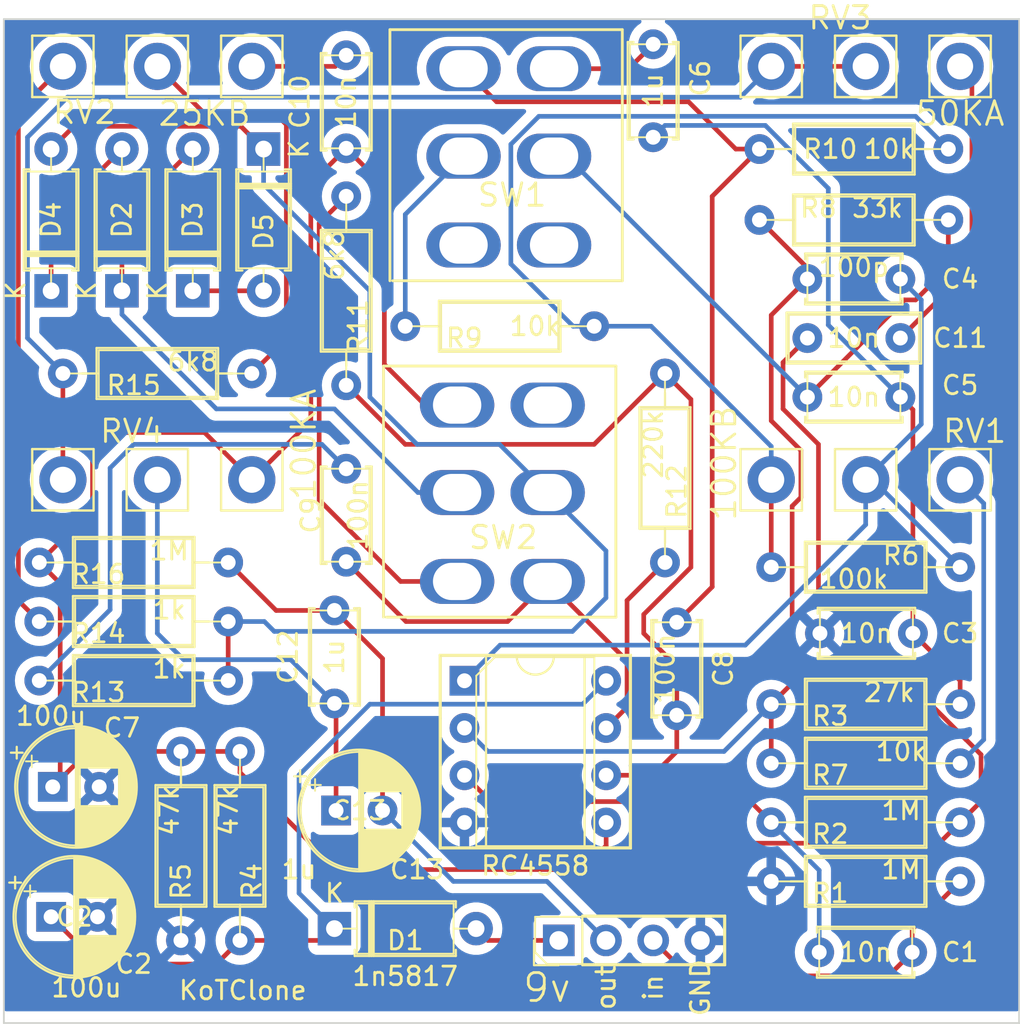
<source format=kicad_pcb>
(kicad_pcb (version 20221018) (generator pcbnew)
  (layers (0 "F.Cu" signal) (31 "B.Cu" signal) (34 "B.Paste" user) (35 "F.Paste" user) (36 "B.SilkS" user "B.Silkscreen") (37 "F.SilkS" user "F.Silkscreen") (38 "B.Mask" user) (39 "F.Mask" user) (44 "Edge.Cuts" user))
  (net 0 "")
  (net 1 "Net-(C1-Pad2)")
  (net 2 "Net-(C2-Pad1)")
  (net 3 "GND")
  (net 4 "Net-(C3-Pad1)")
  (net 5 "Net-(C4-Pad1)")
  (net 6 "Net-(C4-Pad2)")
  (net 7 "Net-(C5-Pad2)")
  (net 8 "Net-(C6-Pad2)")
  (net 9 "VREF")
  (net 10 "Net-(C8-Pad1)")
  (net 11 "Net-(C8-Pad2)")
  (net 12 "Net-(C9-Pad1)")
  (net 13 "Net-(C9-Pad2)")
  (net 14 "Net-(C10-Pad2)")
  (net 15 "Net-(C11-Pad2)")
  (net 16 "Net-(C12-Pad1)")
  (net 17 "output")
  (net 18 "+9V")
  (net 19 "Net-(D2-Pad1)")
  (net 20 "Net-(D2-Pad2)")
  (net 21 "Net-(D3-Pad1)")
  (net 22 "Net-(D4-Pad2)")
  (net 23 "Net-(R10-Pad1)")
  (net 24 "Net-(R7-Pad2)")
  (net 25 "Net-(R9-Pad1)")
  (net 26 "Net-(R11-Pad1)")
  (net 27 "Net-(R14-Pad2)")
  (net 28 "Net-(R15-Pad1)")
  (net 29 "Net-(R15-Pad2)")
  (net 33 "INPUT")
  (footprint "Resistor_THT:R_Axial_DIN0207_L6.3mm_D2.5mm_P10.16mm_Horizontal" (layer "F.Cu") (at 143.51 100.33 180)
    (fp_text reference "R3" (at 6.985 -0.635) (layer "F.SilkS"))
    (fp_text value "27k" (at 3.81 0.635) (layer "F.SilkS"))
    (pad "1" thru_hole circle (at 0 0 180) (size 1.6 1.6) (drill 0.8) (layers "*.Cu" "*.Mask") (net 4 "Net-(C3-Pad1)"))
    (pad "2" thru_hole oval (at 10.16 0 180) (size 1.6 1.6) (drill 0.8) (layers "*.Cu" "*.Mask") (net 5 "Net-(C4-Pad1)"))
  )
  (footprint "Capacitor_THT:CP_Radial_D6.3mm_P2.50mm" (layer "F.Cu") (at 94.702621 104.775)
    (fp_text reference "C7" (at 3.722379 -3.175) (layer "F.SilkS"))
    (fp_text value "100u" (at -0.087621 -3.81 180) (layer "F.SilkS"))
    (pad "1" thru_hole rect (at 0 0) (size 1.6 1.6) (drill 0.8) (layers "*.Cu" "*.Mask") (net 9 "VREF"))
    (pad "2" thru_hole circle (at 2.5 0) (size 1.6 1.6) (drill 0.8) (layers "*.Cu" "*.Mask") (net 3 "GND"))
  )
  (footprint "Resistor_THT:R_Axial_DIN0207_L6.3mm_D2.5mm_P10.16mm_Horizontal" (layer "F.Cu") (at 113.665 80.01)
    (fp_text reference "R9" (at 3.175 0.635) (layer "F.SilkS"))
    (fp_text value "10k" (at 6.985 0) (layer "F.SilkS"))
    (pad "1" thru_hole circle (at 0 0) (size 1.6 1.6) (drill 0.8) (layers "*.Cu" "*.Mask") (net 25 "Net-(R9-Pad1)"))
    (pad "2" thru_hole oval (at 10.16 0) (size 1.6 1.6) (drill 0.8) (layers "*.Cu" "*.Mask") (net 23 "Net-(R10-Pad1)"))
  )
  (footprint "Connector_PinHeader_2.54mm:PinHeader_1x04_P2.54mm_Vertical" (layer "F.Cu") (at 121.92 113.03 90)
    (fp_text reference "J1" hide)
    (fp_text value "Conn_01x04" hide)
    (pad "1" thru_hole rect (at 0 0 90) (size 1.7 1.7) (drill 1) (layers "*.Cu" "*.Mask") (net 18 "+9V"))
    (pad "2" thru_hole oval (at 0 2.54 90) (size 1.7 1.7) (drill 1) (layers "*.Cu" "*.Mask") (net 17 "output"))
    (pad "3" thru_hole oval (at 0 5.08 90) (size 1.7 1.7) (drill 1) (layers "*.Cu" "*.Mask") (net 33 "INPUT"))
    (pad "4" thru_hole oval (at 0 7.62 90) (size 1.7 1.7) (drill 1) (layers "*.Cu" "*.Mask") (net 3 "GND"))
  )
  (footprint "Resistor_THT:R_Axial_DIN0207_L6.3mm_D2.5mm_P10.16mm_Horizontal" (layer "F.Cu") (at 110.49 73.025 -90)
    (fp_text reference "R11" (at 6.985 -0.635 90) (layer "F.SilkS"))
    (fp_text value "6k8" (at 3.175 0.635 90) (layer "F.SilkS"))
    (pad "1" thru_hole circle (at 0 0 270) (size 1.6 1.6) (drill 0.8) (layers "*.Cu" "*.Mask") (net 26 "Net-(R11-Pad1)"))
    (pad "2" thru_hole oval (at 10.16 0 270) (size 1.6 1.6) (drill 0.8) (layers "*.Cu" "*.Mask") (net 11 "Net-(C8-Pad2)"))
  )
  (footprint "Capacitor_THT:CP_Radial_D6.3mm_P2.50mm" (layer "F.Cu") (at 94.615 111.76)
    (fp_text reference "C2" (at 4.445 2.54) (layer "F.SilkS"))
    (fp_text value "100u" (at 1.905 3.81) (layer "F.SilkS"))
    (fp_text user "${REFERENCE}" (at 1.25 0) (layer "F.SilkS"))
    (pad "1" thru_hole rect (at 0 0) (size 1.6 1.6) (drill 0.8) (layers "*.Cu" "*.Mask") (net 2 "Net-(C2-Pad1)"))
    (pad "2" thru_hole circle (at 2.5 0) (size 1.6 1.6) (drill 0.8) (layers "*.Cu" "*.Mask") (net 3 "GND"))
  )
  (footprint "pedals:DPDTMini" (layer "F.Cu") (at 116.495 93.65)
    (fp_text reference "SW2" (at 0.5 -1.575) (layer "F.SilkS") (effects (font (size 1.2065 1.2065) (thickness 0.1524)) (justify left bottom)))
    (fp_text value "SW_DPDT_x2" hide)
    (pad "1" thru_hole oval (at -0.04 -9.4 90) (size 2.416 4) (drill oval 2 2.6) (layers "*.Cu" "*.Mask") (net 9 "VREF"))
    (pad "2" thru_hole oval (at -0.04 -4.7 90) (size 2.416 4) (drill oval 2 2.6) (layers "*.Cu" "*.Mask") (net 19 "Net-(D2-Pad1)"))
    (pad "3" thru_hole oval (at -0.04 0.08 90) (size 2.416 4) (drill oval 2 2.6) (layers "*.Cu" "*.Mask") (net 26 "Net-(R11-Pad1)"))
    (pad "4" thru_hole oval (at 4.83 -9.4 90) (size 2.416 4) (drill oval 2 2.6) (layers "*.Cu" "*.Mask"))
    (pad "5" thru_hole oval (at 4.83 -4.7 90) (size 2.416 4) (drill oval 2 2.6) (layers "*.Cu" "*.Mask") (net 22 "Net-(D4-Pad2)"))
    (pad "6" thru_hole oval (at 4.83 0.08 90) (size 2.416 4) (drill oval 2 2.6) (layers "*.Cu" "*.Mask") (net 12 "Net-(C9-Pad1)"))
  )
  (footprint "Resistor_THT:R_Axial_DIN0207_L6.3mm_D2.5mm_P10.16mm_Horizontal" (layer "F.Cu") (at 133.35 103.505)
    (fp_text reference "R7" (at 3.175 0.635) (layer "F.SilkS"))
    (fp_text value "10k" (at 6.985 -0.635) (layer "F.SilkS"))
    (pad "1" thru_hole circle (at 0 0) (size 1.6 1.6) (drill 0.8) (layers "*.Cu" "*.Mask") (net 5 "Net-(C4-Pad1)"))
    (pad "2" thru_hole oval (at 10.16 0) (size 1.6 1.6) (drill 0.8) (layers "*.Cu" "*.Mask") (net 24 "Net-(R7-Pad2)"))
  )
  (footprint "Capacitor_THT:C_Disc_D5.0mm_W2.5mm_P5.00mm" (layer "F.Cu") (at 140.97 96.52 180)
    (fp_text reference "C3" (at -2.54 0) (layer "F.SilkS"))
    (fp_text value "10n" (at 2.5 0) (layer "F.SilkS"))
    (pad "1" thru_hole circle (at 0 0 180) (size 1.6 1.6) (drill 0.8) (layers "*.Cu" "*.Mask") (net 4 "Net-(C3-Pad1)"))
    (pad "2" thru_hole circle (at 5 0 180) (size 1.6 1.6) (drill 0.8) (layers "*.Cu" "*.Mask") (net 3 "GND"))
  )
  (footprint "pedals:16MM_PCB_PADS" (layer "F.Cu") (at 100.33 88.265)
    (fp_text reference "RV4" (at -3.175 -1.905) (layer "F.SilkS") (effects (font (size 1.2065 1.2065) (thickness 0.1524)) (justify left bottom)))
    (fp_text value "100KA" (at 7.874 -1.905 90) (layer "F.SilkS") (effects (font (size 1.27 1.27))))
    (pad "1" thru_hole circle (at 5.08 0 180) (size 2.54 2.54) (drill 1.4) (layers "*.Cu" "*.Mask") (net 9 "VREF"))
    (pad "2" thru_hole circle (at 0 0 180) (size 2.54 2.54) (drill 1.4) (layers "*.Cu" "*.Mask") (net 16 "Net-(C12-Pad1)"))
    (pad "3" thru_hole circle (at -5.08 0 180) (size 2.54 2.54) (drill 1.4) (layers "*.Cu" "*.Mask") (net 29 "Net-(R15-Pad2)"))
  )
  (footprint "Diode_THT:D_A-405_P7.62mm_Horizontal" (layer "F.Cu") (at 98.425 78.105 90)
    (fp_text reference "D2" (at 3.81 0 90) (layer "F.SilkS"))
    (fp_text value "1n4148" hide)
    (fp_text user "K" (at 0 -1.9 90) (layer "F.SilkS"))
    (pad "1" thru_hole rect (at 0 0 90) (size 1.8 1.8) (drill 0.9) (layers "*.Cu" "*.Mask") (net 19 "Net-(D2-Pad1)"))
    (pad "2" thru_hole oval (at 7.62 0 90) (size 1.8 1.8) (drill 0.9) (layers "*.Cu" "*.Mask") (net 20 "Net-(D2-Pad2)"))
  )
  (footprint "Diode_THT:D_A-405_P7.62mm_Horizontal" (layer "F.Cu") (at 102.235 78.105 90)
    (fp_text reference "D3" (at 3.81 0 90) (layer "F.SilkS"))
    (fp_text value "1n4148" hide)
    (fp_text user "K" (at 0 -1.9 90) (layer "F.SilkS"))
    (pad "1" thru_hole rect (at 0 0 90) (size 1.8 1.8) (drill 0.9) (layers "*.Cu" "*.Mask") (net 21 "Net-(D3-Pad1)"))
    (pad "2" thru_hole oval (at 7.62 0 90) (size 1.8 1.8) (drill 0.9) (layers "*.Cu" "*.Mask") (net 19 "Net-(D2-Pad1)"))
  )
  (footprint "Resistor_THT:R_Axial_DIN0207_L6.3mm_D2.5mm_P10.16mm_Horizontal" (layer "F.Cu") (at 104.14 95.885 180)
    (fp_text reference "R14" (at 6.985 -0.635) (layer "F.SilkS"))
    (fp_text value "1k" (at 3.175 0.635) (layer "F.SilkS"))
    (pad "1" thru_hole circle (at 0 0 180) (size 1.6 1.6) (drill 0.8) (layers "*.Cu" "*.Mask") (net 22 "Net-(D4-Pad2)"))
    (pad "2" thru_hole oval (at 10.16 0 180) (size 1.6 1.6) (drill 0.8) (layers "*.Cu" "*.Mask") (net 27 "Net-(R14-Pad2)"))
  )
  (footprint "Resistor_THT:R_Axial_DIN0207_L6.3mm_D2.5mm_P10.16mm_Horizontal" (layer "F.Cu") (at 93.98 99.06)
    (fp_text reference "R13" (at 3.175 0.635) (layer "F.SilkS"))
    (fp_text value "1k" (at 6.985 -0.635) (layer "F.SilkS"))
    (pad "1" thru_hole circle (at 0 0) (size 1.6 1.6) (drill 0.8) (layers "*.Cu" "*.Mask") (net 13 "Net-(C9-Pad2)"))
    (pad "2" thru_hole oval (at 10.16 0) (size 1.6 1.6) (drill 0.8) (layers "*.Cu" "*.Mask") (net 22 "Net-(D4-Pad2)"))
  )
  (footprint "Capacitor_THT:C_Disc_D5.0mm_W2.5mm_P5.00mm" (layer "F.Cu") (at 140.93 113.665 180)
    (fp_text reference "C1" (at -2.58 0) (layer "F.SilkS"))
    (fp_text value "10n" (at 2.5 0) (layer "F.SilkS"))
    (pad "1" thru_hole circle (at 0 0 180) (size 1.6 1.6) (drill 0.8) (layers "*.Cu" "*.Mask") (net 33 "INPUT"))
    (pad "2" thru_hole circle (at 5 0 180) (size 1.6 1.6) (drill 0.8) (layers "*.Cu" "*.Mask") (net 1 "Net-(C1-Pad2)"))
  )
  (footprint "pedals:16MM_PCB_PADS" (layer "F.Cu") (at 138.43 66.04)
    (fp_text reference "RV3" (at -3.175 -1.905) (layer "F.SilkS") (effects (font (size 1.2065 1.2065) (thickness 0.1524)) (justify left bottom)))
    (fp_text value "50KA" (at 5.08 2.54) (layer "F.SilkS") (effects (font (size 1.27 1.27))))
    (pad "1" thru_hole circle (at 5.08 0 180) (size 2.54 2.54) (drill 1.4) (layers "*.Cu" "*.Mask") (net 15 "Net-(C11-Pad2)"))
    (pad "2" thru_hole circle (at 0 0 180) (size 2.54 2.54) (drill 1.4) (layers "*.Cu" "*.Mask") (net 29 "Net-(R15-Pad2)"))
    (pad "3" thru_hole circle (at -5.08 0 180) (size 2.54 2.54) (drill 1.4) (layers "*.Cu" "*.Mask") (net 29 "Net-(R15-Pad2)"))
  )
  (footprint "Resistor_THT:R_Axial_DIN0207_L6.3mm_D2.5mm_P10.16mm_Horizontal" (layer "F.Cu") (at 101.6 113.03 90)
    (fp_text reference "R5" (at 3.175 0 90) (layer "F.SilkS"))
    (fp_text value "47k" (at 6.985 -0.635 90) (layer "F.SilkS"))
    (pad "1" thru_hole circle (at 0 0 90) (size 1.6 1.6) (drill 0.8) (layers "*.Cu" "*.Mask") (net 3 "GND"))
    (pad "2" thru_hole oval (at 10.16 0 90) (size 1.6 1.6) (drill 0.8) (layers "*.Cu" "*.Mask") (net 9 "VREF"))
  )
  (footprint "Capacitor_THT:C_Disc_D5.0mm_W2.5mm_P5.00mm" (layer "F.Cu") (at 110.49 70.445 90)
    (fp_text reference "C10" (at 2.5 -2.5 90) (layer "F.SilkS"))
    (fp_text value "10n" (at 2.5 0 90) (layer "F.SilkS"))
    (pad "1" thru_hole circle (at 0 0 90) (size 1.6 1.6) (drill 0.8) (layers "*.Cu" "*.Mask") (net 9 "VREF"))
    (pad "2" thru_hole circle (at 5 0 90) (size 1.6 1.6) (drill 0.8) (layers "*.Cu" "*.Mask") (net 14 "Net-(C10-Pad2)"))
  )
  (footprint "Resistor_THT:R_Axial_DIN0207_L6.3mm_D2.5mm_P10.16mm_Horizontal" (layer "F.Cu") (at 142.875 70.485 180)
    (fp_text reference "R10" (at 6.35 0) (layer "F.SilkS"))
    (fp_text value "10k" (at 3.175 0) (layer "F.SilkS"))
    (pad "1" thru_hole circle (at 0 0 180) (size 1.6 1.6) (drill 0.8) (layers "*.Cu" "*.Mask") (net 23 "Net-(R10-Pad1)"))
    (pad "2" thru_hole oval (at 10.16 0 180) (size 1.6 1.6) (drill 0.8) (layers "*.Cu" "*.Mask") (net 10 "Net-(C8-Pad1)"))
  )
  (footprint "Capacitor_THT:CP_Radial_D6.3mm_P2.50mm" (layer "F.Cu") (at 109.942621 106.045)
    (fp_text reference "C13" (at 4.357379 3.175) (layer "F.SilkS"))
    (fp_text value "1u" (at -1.992621 3.175) (layer "F.SilkS"))
    (fp_text user "${REFERENCE}" (at 1.25 0) (layer "F.SilkS"))
    (pad "1" thru_hole rect (at 0 0) (size 1.6 1.6) (drill 0.8) (layers "*.Cu" "*.Mask") (net 16 "Net-(C12-Pad1)"))
    (pad "2" thru_hole circle (at 2.5 0) (size 1.6 1.6) (drill 0.8) (layers "*.Cu" "*.Mask") (net 17 "output"))
  )
  (footprint "pedals:DPDTMini" (layer "F.Cu") (at 116.84 75.565)
    (fp_text reference "SW1" (at 0.635 -1.905) (layer "F.SilkS") (effects (font (size 1.2065 1.2065) (thickness 0.1524)) (justify left bottom)))
    (fp_text value "SW_DPST_x2" hide)
    (pad "1" thru_hole oval (at -0.04 -9.4 90) (size 2.416 4) (drill oval 2 2.6) (layers "*.Cu" "*.Mask") (net 10 "Net-(C8-Pad1)"))
    (pad "2" thru_hole oval (at -0.04 -4.7 90) (size 2.416 4) (drill oval 2 2.6) (layers "*.Cu" "*.Mask") (net 25 "Net-(R9-Pad1)"))
    (pad "3" thru_hole oval (at -0.04 0.08 90) (size 2.416 4) (drill oval 2 2.6) (layers "*.Cu" "*.Mask"))
    (pad "4" thru_hole oval (at 4.83 -9.4 90) (size 2.416 4) (drill oval 2 2.6) (layers "*.Cu" "*.Mask") (net 8 "Net-(C6-Pad2)"))
    (pad "5" thru_hole oval (at 4.83 -4.7 90) (size 2.416 4) (drill oval 2 2.6) (layers "*.Cu" "*.Mask") (net 7 "Net-(C5-Pad2)"))
    (pad "6" thru_hole oval (at 4.83 0.08 90) (size 2.416 4) (drill oval 2 2.6) (layers "*.Cu" "*.Mask"))
  )
  (footprint "Resistor_THT:R_Axial_DIN0207_L6.3mm_D2.5mm_P10.16mm_Horizontal" (layer "F.Cu") (at 104.775 102.87 -90)
    (fp_text reference "R4" (at 6.985 -0.635 90) (layer "F.SilkS"))
    (fp_text value "47k" (at 3.175 0.635 90) (layer "F.SilkS"))
    (pad "1" thru_hole circle (at 0 0 270) (size 1.6 1.6) (drill 0.8) (layers "*.Cu" "*.Mask") (net 9 "VREF"))
    (pad "2" thru_hole oval (at 10.16 0 270) (size 1.6 1.6) (drill 0.8) (layers "*.Cu" "*.Mask") (net 2 "Net-(C2-Pad1)"))
  )
  (footprint "pedals:16MM_PCB_PADS" (layer "F.Cu") (at 100.33 66.04)
    (fp_text reference "RV2" (at -5.715 3.175) (layer "F.SilkS") (effects (font (size 1.2065 1.2065) (thickness 0.1524)) (justify left bottom)))
    (fp_text value "25KB" (at 2.54 2.54) (layer "F.SilkS") (effects (font (size 1.27 1.27))))
    (pad "1" thru_hole circle (at 5.08 0 180) (size 2.54 2.54) (drill 1.4) (layers "*.Cu" "*.Mask") (net 14 "Net-(C10-Pad2)"))
    (pad "2" thru_hole circle (at 0 0 180) (size 2.54 2.54) (drill 1.4) (layers "*.Cu" "*.Mask") (net 28 "Net-(R15-Pad1)"))
    (pad "3" thru_hole circle (at -5.08 0 180) (size 2.54 2.54) (drill 1.4) (layers "*.Cu" "*.Mask") (net 27 "Net-(R14-Pad2)"))
  )
  (footprint "Capacitor_THT:C_Disc_D5.0mm_W2.5mm_P5.00mm" (layer "F.Cu") (at 109.855 100.29 90)
    (fp_text reference "C12" (at 2.5 -2.5 90) (layer "F.SilkS"))
    (fp_text value "1u" (at 2.5 0 90) (layer "F.SilkS"))
    (pad "1" thru_hole circle (at 0 0 90) (size 1.6 1.6) (drill 0.8) (layers "*.Cu" "*.Mask") (net 16 "Net-(C12-Pad1)"))
    (pad "2" thru_hole circle (at 5 0 90) (size 1.6 1.6) (drill 0.8) (layers "*.Cu" "*.Mask") (net 17 "output"))
  )
  (footprint "Capacitor_THT:C_Disc_D5.0mm_W2.5mm_P5.00mm" (layer "F.Cu") (at 140.295 83.82 180)
    (fp_text reference "C5" (at -3.215 0.635) (layer "F.SilkS"))
    (fp_text value "10n" (at 2.5 0) (layer "F.SilkS"))
    (pad "1" thru_hole circle (at 0 0 180) (size 1.6 1.6) (drill 0.8) (layers "*.Cu" "*.Mask") (net 4 "Net-(C3-Pad1)"))
    (pad "2" thru_hole circle (at 5 0 180) (size 1.6 1.6) (drill 0.8) (layers "*.Cu" "*.Mask") (net 7 "Net-(C5-Pad2)"))
  )
  (footprint "Capacitor_THT:C_Disc_D5.0mm_W2.5mm_P5.00mm" (layer "F.Cu") (at 127 69.85 90)
    (fp_text reference "C6" (at 3.175 2.54 90) (layer "F.SilkS"))
    (fp_text value "1u" (at 2.5 0 90) (layer "F.SilkS"))
    (pad "1" thru_hole circle (at 0 0 90) (size 1.6 1.6) (drill 0.8) (layers "*.Cu" "*.Mask") (net 4 "Net-(C3-Pad1)"))
    (pad "2" thru_hole circle (at 5 0 90) (size 1.6 1.6) (drill 0.8) (layers "*.Cu" "*.Mask") (net 8 "Net-(C6-Pad2)"))
  )
  (footprint "Capacitor_THT:C_Disc_D5.0mm_W2.5mm_P5.00mm" (layer "F.Cu") (at 128.27 95.925 -90)
    (fp_text reference "C8" (at 2.5 -2.5 90) (layer "F.SilkS"))
    (fp_text value "100n" (at 2.5 0.635 90) (layer "F.SilkS"))
    (pad "1" thru_hole circle (at 0 0 270) (size 1.6 1.6) (drill 0.8) (layers "*.Cu" "*.Mask") (net 10 "Net-(C8-Pad1)"))
    (pad "2" thru_hole circle (at 5 0 270) (size 1.6 1.6) (drill 0.8) (layers "*.Cu" "*.Mask") (net 11 "Net-(C8-Pad2)"))
  )
  (footprint "Resistor_THT:R_Axial_DIN0207_L6.3mm_D2.5mm_P10.16mm_Horizontal" (layer "F.Cu") (at 143.51 92.964 180)
    (fp_text reference "R6" (at 3.175 0.635) (layer "F.SilkS"))
    (fp_text value "100k" (at 5.715 -0.635) (layer "F.SilkS"))
    (pad "1" thru_hole circle (at 0 0 180) (size 1.6 1.6) (drill 0.8) (layers "*.Cu" "*.Mask") (net 6 "Net-(C4-Pad2)"))
    (pad "2" thru_hole oval (at 10.16 0 180) (size 1.6 1.6) (drill 0.8) (layers "*.Cu" "*.Mask") (net 23 "Net-(R10-Pad1)"))
  )
  (footprint "Capacitor_THT:C_Rect_L7.0mm_W2.5mm_P5.00mm" (layer "F.Cu") (at 135.295 80.645)
    (fp_text reference "C11" (at 8.215 0) (layer "F.SilkS"))
    (fp_text value "10n" (at 2.5 0) (layer "F.SilkS"))
    (pad "1" thru_hole circle (at 0 0) (size 1.6 1.6) (drill 0.8) (layers "*.Cu" "*.Mask") (net 9 "VREF"))
    (pad "2" thru_hole circle (at 5 0) (size 1.6 1.6) (drill 0.8) (layers "*.Cu" "*.Mask") (net 15 "Net-(C11-Pad2)"))
  )
  (footprint "Resistor_THT:R_Axial_DIN0207_L6.3mm_D2.5mm_P10.16mm_Horizontal" (layer "F.Cu") (at 93.98 92.71)
    (fp_text reference "R16" (at 3.175 0.635) (layer "F.SilkS"))
    (fp_text value "1M" (at 6.985 -0.635) (layer "F.SilkS"))
    (pad "1" thru_hole circle (at 0 0) (size 1.6 1.6) (drill 0.8) (layers "*.Cu" "*.Mask") (net 9 "VREF"))
    (pad "2" thru_hole oval (at 10.16 0) (size 1.6 1.6) (drill 0.8) (layers "*.Cu" "*.Mask") (net 17 "output"))
  )
  (footprint "Diode_THT:D_A-405_P7.62mm_Horizontal" (layer "F.Cu") (at 94.615 78.105 90)
    (fp_text reference "D4" (at 3.81 0 90) (layer "F.SilkS"))
    (fp_text value "1n4148" hide)
    (fp_text user "K" (at 0 -1.9 90) (layer "F.SilkS"))
    (pad "1" thru_hole rect (at 0 0 90) (size 1.8 1.8) (drill 0.9) (layers "*.Cu" "*.Mask") (net 20 "Net-(D2-Pad2)"))
    (pad "2" thru_hole oval (at 7.62 0 90) (size 1.8 1.8) (drill 0.9) (layers "*.Cu" "*.Mask") (net 22 "Net-(D4-Pad2)"))
  )
  (footprint "Resistor_THT:R_Axial_DIN0207_L6.3mm_D2.5mm_P10.16mm_Horizontal" (layer "F.Cu") (at 143.51 109.855 180)
    (fp_text reference "R1" (at 6.985 -0.635) (layer "F.SilkS"))
    (fp_text value "1M" (at 3.175 0.635) (layer "F.SilkS"))
    (pad "1" thru_hole circle (at 0 0 180) (size 1.6 1.6) (drill 0.8) (layers "*.Cu" "*.Mask") (net 33 "INPUT"))
    (pad "2" thru_hole oval (at 10.16 0 180) (size 1.6 1.6) (drill 0.8) (layers "*.Cu" "*.Mask") (net 3 "GND"))
  )
  (footprint "Package_DIP:DIP-8_W7.62mm_Socket" (layer "F.Cu") (at 116.85 99.07)
    (fp_text reference "U1" hide)
    (fp_text value "RC4558" (at 3.81 9.95) (layer "F.SilkS"))
    (pad "1" thru_hole rect (at 0 0) (size 1.6 1.6) (drill 0.8) (layers "*.Cu" "*.Mask") (net 6 "Net-(C4-Pad2)"))
    (pad "2" thru_hole oval (at 0 2.54) (size 1.6 1.6) (drill 0.8) (layers "*.Cu" "*.Mask") (net 5 "Net-(C4-Pad1)"))
    (pad "3" thru_hole oval (at 0 5.08) (size 1.6 1.6) (drill 0.8) (layers "*.Cu" "*.Mask") (net 1 "Net-(C1-Pad2)"))
    (pad "4" thru_hole oval (at 0 7.62) (size 1.6 1.6) (drill 0.8) (layers "*.Cu" "*.Mask") (net 3 "GND"))
    (pad "5" thru_hole oval (at 7.62 7.62) (size 1.6 1.6) (drill 0.8) (layers "*.Cu" "*.Mask") (net 9 "VREF"))
    (pad "6" thru_hole oval (at 7.62 5.08) (size 1.6 1.6) (drill 0.8) (layers "*.Cu" "*.Mask") (net 11 "Net-(C8-Pad2)"))
    (pad "7" thru_hole oval (at 7.62 2.54) (size 1.6 1.6) (drill 0.8) (layers "*.Cu" "*.Mask") (net 12 "Net-(C9-Pad1)"))
    (pad "8" thru_hole oval (at 7.62 0) (size 1.6 1.6) (drill 0.8) (layers "*.Cu" "*.Mask") (net 2 "Net-(C2-Pad1)"))
  )
  (footprint "Resistor_THT:R_Axial_DIN0207_L6.3mm_D2.5mm_P10.16mm_Horizontal" (layer "F.Cu") (at 105.41 82.55 180)
    (fp_text reference "R15" (at 6.35 -0.635) (layer "F.SilkS"))
    (fp_text value "6k8" (at 3.175 0.635) (layer "F.SilkS"))
    (pad "1" thru_hole circle (at 0 0 180) (size 1.6 1.6) (drill 0.8) (layers "*.Cu" "*.Mask") (net 28 "Net-(R15-Pad1)"))
    (pad "2" thru_hole oval (at 10.16 0 180) (size 1.6 1.6) (drill 0.8) (layers "*.Cu" "*.Mask") (net 29 "Net-(R15-Pad2)"))
  )
  (footprint "Diode_THT:D_A-405_P7.62mm_Horizontal" (layer "F.Cu") (at 106.045 70.485 -90)
    (fp_text reference "D5" (at 4.445 0 90) (layer "F.SilkS"))
    (fp_text value "1n4148" hide)
    (fp_text user "K" (at 0 -1.9 90) (layer "F.SilkS"))
    (pad "1" thru_hole rect (at 0 0 270) (size 1.8 1.8) (drill 0.9) (layers "*.Cu" "*.Mask") (net 22 "Net-(D4-Pad2)"))
    (pad "2" thru_hole oval (at 7.62 0 270) (size 1.8 1.8) (drill 0.9) (layers "*.Cu" "*.Mask") (net 21 "Net-(D3-Pad1)"))
  )
  (footprint "Resistor_THT:R_Axial_DIN0207_L6.3mm_D2.5mm_P10.16mm_Horizontal" (layer "F.Cu") (at 127.635 82.55 -90)
    (fp_text reference "R12" (at 6.35 -0.635 90) (layer "F.SilkS"))
    (fp_text value "220k" (at 3.81 0.635 90) (layer "F.SilkS"))
    (pad "1" thru_hole circle (at 0 0 270) (size 1.6 1.6) (drill 0.8) (layers "*.Cu" "*.Mask") (net 11 "Net-(C8-Pad2)"))
    (pad "2" thru_hole oval (at 10.16 0 270) (size 1.6 1.6) (drill 0.8) (layers "*.Cu" "*.Mask") (net 12 "Net-(C9-Pad1)"))
  )
  (footprint "Capacitor_THT:C_Disc_D5.0mm_W2.5mm_P5.00mm" (layer "F.Cu") (at 110.49 92.67 90)
    (fp_text reference "C9" (at 2.5 -1.905 90) (layer "F.SilkS"))
    (fp_text value "100n" (at 2.5 0.635 90) (layer "F.SilkS"))
    (pad "1" thru_hole circle (at 0 0 90) (size 1.6 1.6) (drill 0.8) (layers "*.Cu" "*.Mask") (net 12 "Net-(C9-Pad1)"))
    (pad "2" thru_hole circle (at 5 0 90) (size 1.6 1.6) (drill 0.8) (layers "*.Cu" "*.Mask") (net 13 "Net-(C9-Pad2)"))
  )
  (footprint "pedals:16MM_PCB_PADS" (layer "F.Cu") (at 138.43 88.265)
    (fp_text reference "RV1" (at 4.064 -1.905) (layer "F.SilkS") (effects (font (size 1.2065 1.2065) (thickness 0.1524)) (justify left bottom)))
    (fp_text value "100KB" (at -7.62 -0.889 90) (layer "F.SilkS") (effects (font (size 1.27 1.27))))
    (pad "1" thru_hole circle (at 5.08 0 180) (size 2.54 2.54) (drill 1.4) (layers "*.Cu" "*.Mask") (net 24 "Net-(R7-Pad2)"))
    (pad "2" thru_hole circle (at 0 0 180) (size 2.54 2.54) (drill 1.4) (layers "*.Cu" "*.Mask") (net 6 "Net-(C4-Pad2)"))
    (pad "3" thru_hole circle (at -5.08 0 180) (size 2.54 2.54) (drill 1.4) (layers "*.Cu" "*.Mask") (net 23 "Net-(R10-Pad1)"))
  )
  (footprint "Resistor_THT:R_Axial_DIN0207_L6.3mm_D2.5mm_P10.16mm_Horizontal" (layer "F.Cu") (at 143.51 106.68 180)
    (fp_text reference "R2" (at 6.985 -0.635) (layer "F.SilkS"))
    (fp_text value "1M" (at 3.175 0.635) (layer "F.SilkS"))
    (pad "1" thru_hole circle (at 0 0 180) (size 1.6 1.6) (drill 0.8) (layers "*.Cu" "*.Mask") (net 9 "VREF"))
    (pad "2" thru_hole oval (at 10.16 0 180) (size 1.6 1.6) (drill 0.8) (layers "*.Cu" "*.Mask") (net 1 "Net-(C1-Pad2)"))
  )
  (footprint "Capacitor_THT:C_Disc_D5.0mm_W2.5mm_P5.00mm" (layer "F.Cu") (at 135.295 77.47)
    (fp_text reference "C4" (at 8.215 0) (layer "F.SilkS"))
    (fp_text value "100p" (at 2.5 -0.635) (layer "F.SilkS"))
    (pad "1" thru_hole circle (at 0 0) (size 1.6 1.6) (drill 0.8) (layers "*.Cu" "*.Mask") (net 5 "Net-(C4-Pad1)"))
    (pad "2" thru_hole circle (at 5 0) (size 1.6 1.6) (drill 0.8) (layers "*.Cu" "*.Mask") (net 6 "Net-(C4-Pad2)"))
  )
  (footprint "Diode_THT:D_A-405_P7.62mm_Horizontal" (layer "F.Cu") (at 109.855 112.395)
    (fp_text reference "D1" (at 3.81 0.635) (layer "F.SilkS"))
    (fp_text value "1n5817" (at 3.81 2.56) (layer "F.SilkS"))
    (fp_text user "K" (at 0 -1.9) (layer "F.SilkS"))
    (pad "1" thru_hole rect (at 0 0) (size 1.8 1.8) (drill 0.9) (layers "*.Cu" "*.Mask") (net 2 "Net-(C2-Pad1)"))
    (pad "2" thru_hole oval (at 7.62 0) (size 1.8 1.8) (drill 0.9) (layers "*.Cu" "*.Mask") (net 18 "+9V"))
  )
  (footprint "Resistor_THT:R_Axial_DIN0207_L6.3mm_D2.5mm_P10.16mm_Horizontal" (layer "F.Cu") (at 142.875 74.295 180)
    (fp_text reference "R8" (at 6.985 0.635) (layer "F.SilkS"))
    (fp_text value "33k" (at 3.81 0.635) (layer "F.SilkS"))
    (pad "1" thru_hole circle (at 0 0 180) (size 1.6 1.6) (drill 0.8) (layers "*.Cu" "*.Mask") (net 7 "Net-(C5-Pad2)"))
    (pad "2" thru_hole oval (at 10.16 0 180) (size 1.6 1.6) (drill 0.8) (layers "*.Cu" "*.Mask") (net 5 "Net-(C4-Pad1)"))
  )
  (gr_line (start 92.075 117.475) (end 92.075 63.5) (stroke (width 0.1)) (layer "Edge.Cuts"))
  (gr_line (start 146.685 63.5) (end 146.685 117.475) (stroke (width 0.1)) (layer "Edge.Cuts"))
  (gr_line (start 92.075 63.5) (end 146.685 63.5) (stroke (width 0.1)) (layer "Edge.Cuts"))
  (gr_line (start 146.685 117.475) (end 92.075 117.475) (stroke (width 0.1)) (layer "Edge.Cuts"))
  (gr_text "9v" (at 121.285 115.57) (layer "F.SilkS") (effects (font (size 1.5 1.5))))
  (gr_text "in\n" (at 127 115.57 90) (layer "F.SilkS") (effects (font (size 1 1))))
  (gr_text "out" (at 124.46 115.57 90) (layer "F.SilkS") (effects (font (size 1 1))))
  (gr_text "GND\n" (at 129.54 115.57 90) (layer "F.SilkS") (effects (font (size 1 1))))
  (gr_text "KoTClone" (at 101.4 116.3) (layer "F.SilkS") (effects (font (size 1 1)) (justify left bottom)))
  (segment (start 132.235489 105.565489) (end 118.265489 105.565489) (width 0.25) (layer "F.Cu") (net 1))
  (segment (start 133.35 106.68) (end 132.235489 105.565489) (width 0.25) (layer "F.Cu") (net 1))
  (segment (start 118.265489 105.565489) (end 116.85 104.15) (width 0.25) (layer "F.Cu") (net 1))
  (segment (start 135.93 113.665) (end 135.93 109.26) (width 0.25) (layer "B.Cu") (net 1))
  (segment (start 135.93 109.26) (end 133.35 106.68) (width 0.25) (layer "B.Cu") (net 1))
  (segment (start 103.505 114.3) (end 104.775 113.03) (width 0.25) (layer "F.Cu") (net 2))
  (segment (start 94.615 111.76) (end 97.155 114.3) (width 0.25) (layer "F.Cu") (net 2))
  (segment (start 109.22 113.03) (end 109.855 112.395) (width 0.25) (layer "F.Cu") (net 2))
  (segment (start 104.775 113.03) (end 109.22 113.03) (width 0.25) (layer "F.Cu") (net 2))
  (segment (start 97.155 114.3) (end 103.505 114.3) (width 0.25) (layer "F.Cu") (net 2))
  (segment (start 111.76 100.33) (end 107.95 104.14) (width 0.25) (layer "B.Cu") (net 2))
  (segment (start 124.47 99.07) (end 123.21 100.33) (width 0.25) (layer "B.Cu") (net 2))
  (segment (start 107.95 104.14) (end 107.95 110.49) (width 0.25) (layer "B.Cu") (net 2))
  (segment (start 123.21 100.33) (end 111.76 100.33) (width 0.25) (layer "B.Cu") (net 2))
  (segment (start 107.95 110.49) (end 109.855 112.395) (width 0.25) (layer "B.Cu") (net 2))
  (segment (start 143.51 100.33) (end 143.51 99.06) (width 0.25) (layer "F.Cu") (net 4))
  (segment (start 140.97 84.495) (end 140.295 83.82) (width 0.25) (layer "F.Cu") (net 4))
  (segment (start 140.97 96.52) (end 140.97 84.495) (width 0.25) (layer "F.Cu") (net 4))
  (segment (start 143.51 99.06) (end 140.97 96.52) (width 0.25) (layer "F.Cu") (net 4))
  (segment (start 127.635 69.215) (end 127 69.85) (width 0.25) (layer "B.Cu") (net 4))
  (segment (start 133.0353 69.215) (end 127.635 69.215) (width 0.25) (layer "B.Cu") (net 4))
  (segment (start 136.419511 72.599211) (end 133.0353 69.215) (width 0.25) (layer "B.Cu") (net 4))
  (segment (start 136.419511 79.944511) (end 136.419511 72.599211) (width 0.25) (layer "B.Cu") (net 4))
  (segment (start 140.295 83.82) (end 136.419511 79.944511) (width 0.25) (layer "B.Cu") (net 4))
  (segment (start 133.35 85.09) (end 133.35 79.415) (width 0.25) (layer "F.Cu") (net 5))
  (segment (start 134.944511 89.210489) (end 134.944511 86.684511) (width 0.25) (layer "F.Cu") (net 5))
  (segment (start 134.944511 86.684511) (end 133.35 85.09) (width 0.25) (layer "F.Cu") (net 5))
  (segment (start 134.474511 89.680489) (end 134.944511 89.210489) (width 0.25) (layer "F.Cu") (net 5))
  (segment (start 133.35 79.415) (end 135.295 77.47) (width 0.25) (layer "F.Cu") (net 5))
  (segment (start 134.474511 99.205489) (end 134.474511 89.680489) (width 0.25) (layer "F.Cu") (net 5))
  (segment (start 133.35 100.33) (end 134.474511 99.205489) (width 0.25) (layer "F.Cu") (net 5))
  (segment (start 133.35 103.505) (end 133.35 100.33) (width 0.25) (layer "F.Cu") (net 5))
  (segment (start 132.715 74.295) (end 135.295 76.875) (width 0.25) (layer "F.Cu") (net 5))
  (segment (start 135.295 76.875) (end 135.295 77.47) (width 0.25) (layer "F.Cu") (net 5))
  (segment (start 116.85 101.61) (end 118.11 102.87) (width 0.25) (layer "B.Cu") (net 5))
  (segment (start 130.81 102.87) (end 133.35 100.33) (width 0.25) (layer "B.Cu") (net 5))
  (segment (start 118.11 102.87) (end 130.81 102.87) (width 0.25) (layer "B.Cu") (net 5))
  (segment (start 138.811 88.265) (end 138.43 88.265) (width 0.25) (layer "B.Cu") (net 6))
  (segment (start 118.765 97.155) (end 131.953 97.155) (width 0.25) (layer "B.Cu") (net 6))
  (segment (start 131.953 97.155) (end 138.43 90.678) (width 0.25) (layer "B.Cu") (net 6))
  (segment (start 143.51 92.964) (end 138.811 88.265) (width 0.25) (layer "B.Cu") (net 6))
  (segment (start 138.43 90.678) (end 138.43 88.265) (width 0.25) (layer "B.Cu") (net 6))
  (segment (start 141.419511 78.594511) (end 140.295 77.47) (width 0.25) (layer "B.Cu") (net 6))
  (segment (start 116.85 99.07) (end 118.765 97.155) (width 0.25) (layer "B.Cu") (net 6))
  (segment (start 138.43 88.265) (end 141.419511 85.275489) (width 0.25) (layer "B.Cu") (net 6))
  (segment (start 141.419511 85.275489) (end 141.419511 78.594511) (width 0.25) (layer "B.Cu") (net 6))
  (segment (start 141.115489 78.594511) (end 142.875 76.835) (width 0.25) (layer "F.Cu") (net 7))
  (segment (start 142.875 76.835) (end 142.875 74.295) (width 0.25) (layer "F.Cu") (net 7))
  (segment (start 135.295 83.82) (end 140.520489 78.594511) (width 0.25) (layer "F.Cu") (net 7))
  (segment (start 140.520489 78.594511) (end 141.115489 78.594511) (width 0.25) (layer "F.Cu") (net 7))
  (segment (start 122.34 70.865) (end 121.67 70.865) (width 0.25) (layer "B.Cu") (net 7))
  (segment (start 135.295 83.82) (end 122.34 70.865) (width 0.25) (layer "B.Cu") (net 7))
  (segment (start 121.67 66.165) (end 125.685 66.165) (width 0.25) (layer "F.Cu") (net 8))
  (segment (start 125.685 66.165) (end 127 64.85) (width 0.25) (layer "F.Cu") (net 8))
  (segment (start 131.566767 107.804511) (end 142.385489 107.804511) (width 0.25) (layer "F.Cu") (net 9))
  (segment (start 108.585 85.09) (end 105.41 88.265) (width 0.25) (layer "F.Cu") (net 9))
  (segment (start 108.585 72.35) (end 108.585 85.09) (width 0.25) (layer "F.Cu") (net 9))
  (segment (start 112.540489 82.060489) (end 114.73 84.25) (width 0.25) (layer "F.Cu") (net 9))
  (segment (start 143.51 106.68) (end 144.634511 105.555489) (width 0.25) (layer "F.Cu") (net 9))
  (segment (start 102.87 85.725) (end 105.41 88.265) (width 0.25) (layer "F.Cu") (net 9))
  (segment (start 96.607621 102.87) (end 101.6 102.87) (width 0.25) (layer "F.Cu") (net 9))
  (segment (start 95.104511 104.37311) (end 95.104511 93.834511) (width 0.25) (layer "F.Cu") (net 9))
  (segment (start 123.19 109.22) (end 130.151278 109.22) (width 0.25) (layer "F.Cu") (net 9))
  (segment (start 98.425 85.725) (end 102.87 85.725) (width 0.25) (layer "F.Cu") (net 9))
  (segment (start 133.985 84.455) (end 133.985 81.955) (width 0.25) (layer "F.Cu") (net 9))
  (segment (start 133.985 81.955) (end 135.295 80.645) (width 0.25) (layer "F.Cu") (net 9))
  (segment (start 130.151278 109.22) (end 131.566767 107.804511) (width 0.25) (layer "F.Cu") (net 9))
  (segment (start 143.8303 102.235) (end 143.8247 102.235) (width 0.25) (layer "F.Cu") (net 9))
  (segment (start 110.49 70.445) (end 108.585 72.35) (width 0.25) (layer "F.Cu") (net 9))
  (segment (start 95.104511 93.834511) (end 93.98 92.71) (width 0.25) (layer "F.Cu") (net 9))
  (segment (start 112.540489 72.495489) (end 112.540489 82.060489) (width 0.25) (layer "F.Cu") (net 9))
  (segment (start 142.385489 107.804511) (end 143.51 106.68) (width 0.25) (layer "F.Cu") (net 9))
  (segment (start 101.6 102.87) (end 104.775 102.87) (width 0.25) (layer "F.Cu") (net 9))
  (segment (start 114.73 84.25) (end 116.455 84.25) (width 0.25) (layer "F.Cu") (net 9))
  (segment (start 93.98 92.71) (end 96.844511 89.845489) (width 0.25) (layer "F.Cu") (net 9))
  (segment (start 94.702621 104.775) (end 96.607621 102.87) (width 0.25) (layer "F.Cu") (net 9))
  (segment (start 96.844511 89.845489) (end 96.844511 87.305489) (width 0.25) (layer "F.Cu") (net 9))
  (segment (start 104.775 104.00137) (end 109.99363 109.22) (width 0.25) (layer "F.Cu") (net 9))
  (segment (start 135.89 94.3003) (end 135.89 86.36) (width 0.25) (layer "F.Cu") (net 9))
  (segment (start 144.634511 103.039211) (end 143.8303 102.235) (width 0.25) (layer "F.Cu") (net 9))
  (segment (start 110.49 70.445) (end 112.540489 72.495489) (width 0.25) (layer "F.Cu") (net 9))
  (segment (start 94.702621 104.775) (end 95.104511 104.37311) (width 0.25) (layer "F.Cu") (net 9))
  (segment (start 123.19 109.22) (end 124.47 107.94) (width 0.25) (layer "F.Cu") (net 9))
  (segment (start 96.844511 87.305489) (end 98.425 85.725) (width 0.25) (layer "F.Cu") (net 9))
  (segment (start 143.8247 102.235) (end 135.89 94.3003) (width 0.25) (layer "F.Cu") (net 9))
  (segment (start 124.47 107.94) (end 124.47 106.69) (width 0.25) (layer "F.Cu") (net 9))
  (segment (start 104.775 102.87) (end 104.775 104.00137) (width 0.25) (layer "F.Cu") (net 9))
  (segment (start 135.89 86.36) (end 133.985 84.455) (width 0.25) (layer "F.Cu") (net 9))
  (segment (start 109.99363 109.22) (end 123.19 109.22) (width 0.25) (layer "F.Cu") (net 9))
  (segment (start 144.634511 105.555489) (end 144.634511 103.039211) (width 0.25) (layer "F.Cu") (net 9))
  (segment (start 131.445 70.485) (end 132.715 70.485) (width 0.25) (layer "F.Cu") (net 10))
  (segment (start 118.58 67.945) (end 128.905 67.945) (width 0.25) (layer "F.Cu") (net 10))
  (segment (start 130.175 73.025) (end 132.715 70.485) (width 0.25) (layer "F.Cu") (net 10))
  (segment (start 128.27 95.925) (end 130.175 94.02) (width 0.25) (layer "F.Cu") (net 10))
  (segment (start 116.8 66.165) (end 118.58 67.945) (width 0.25) (layer "F.Cu") (net 10))
  (segment (start 130.175 94.02) (end 130.175 73.025) (width 0.25) (layer "F.Cu") (net 10))
  (segment (start 128.905 67.945) (end 131.445 70.485) (width 0.25) (layer "F.Cu") (net 10))
  (segment (start 128.27 100.925) (end 128.27 98.298) (width 0.25) (layer "F.Cu") (net 11))
  (segment (start 126.492 96.52) (end 126.492 95.504) (width 0.25) (layer "F.Cu") (net 11))
  (segment (start 128.27 102.87) (end 128.27 100.925) (width 0.25) (layer "F.Cu") (net 11))
  (segment (start 126.492 95.504) (end 129.032 92.964) (width 0.25) (layer "F.Cu") (net 11))
  (segment (start 128.27 98.298) (end 126.492 96.52) (width 0.25) (layer "F.Cu") (net 11))
  (segment (start 113.665 86.36) (end 123.825 86.36) (width 0.25) (layer "F.Cu") (net 11))
  (segment (start 129.032 92.964) (end 129.032 83.947) (width 0.25) (layer "F.Cu") (net 11))
  (segment (start 126.99 104.15) (end 128.27 102.87) (width 0.25) (layer "F.Cu") (net 11))
  (segment (start 124.47 104.15) (end 126.99 104.15) (width 0.25) (layer "F.Cu") (net 11))
  (segment (start 110.49 83.185) (end 113.665 86.36) (width 0.25) (layer "F.Cu") (net 11))
  (segment (start 129.032 83.947) (end 127.635 82.55) (width 0.25) (layer "F.Cu") (net 11))
  (segment (start 123.825 86.36) (end 127.635 82.55) (width 0.25) (layer "F.Cu") (net 11))
  (segment (start 125.594511 97.999511) (end 121.325 93.73) (width 0.25) (layer "F.Cu") (net 12))
  (segment (start 125.594511 97.999511) (end 125.594511 94.750489) (width 0.25) (layer "F.Cu") (net 12))
  (segment (start 125.594511 94.750489) (end 127.635 92.71) (width 0.25) (layer "F.Cu") (net 12))
  (segment (start 125.594511 100.485489) (end 125.594511 97.999511) (width 0.25) (layer "F.Cu") (net 12))
  (segment (start 124.47 101.61) (end 125.594511 100.485489) (width 0.25) (layer "F.Cu") (net 12))
  (segment (start 110.49 92.67) (end 113.705 95.885) (width 0.25) (layer "F.Cu") (net 12))
  (segment (start 119.17 95.885) (end 121.325 93.73) (width 0.25) (layer "F.Cu") (net 12))
  (segment (start 113.705 95.885) (end 119.17 95.885) (width 0.25) (layer "F.Cu") (net 12))
  (segment (start 97.79 95.25) (end 93.98 99.06) (width 0.25) (layer "B.Cu") (net 13))
  (segment (start 99.06 86.36) (end 97.79 87.63) (width 0.25) (layer "B.Cu") (net 13))
  (segment (start 97.79 87.63) (end 97.79 95.25) (width 0.25) (layer "B.Cu") (net 13))
  (segment (start 109.18 86.36) (end 99.06 86.36) (width 0.25) (layer "B.Cu") (net 13))
  (segment (start 110.49 87.67) (end 109.18 86.36) (width 0.25) (layer "B.Cu") (net 13))
  (segment (start 105.41 66.04) (end 109.895 66.04) (width 0.25) (layer "F.Cu") (net 14))
  (segment (start 109.895 66.04) (end 110.49 65.445) (width 0.25) (layer "F.Cu") (net 14))
  (segment (start 140.295 80.645) (end 144.145 76.795) (width 0.25) (layer "F.Cu") (net 15))
  (segment (start 144.145 76.795) (end 144.145 66.675) (width 0.25) (layer "F.Cu") (net 15))
  (segment (start 144.145 66.675) (end 143.51 66.04) (width 0.25) (layer "F.Cu") (net 15))
  (segment (start 109.942621 100.377621) (end 109.855 100.29) (width 0.25) (layer "F.Cu") (net 16))
  (segment (start 109.942621 106.045) (end 109.942621 100.377621) (width 0.25) (layer "F.Cu") (net 16))
  (segment (start 107.500489 97.935489) (end 101.745489 97.935489) (width 0.25) (layer "B.Cu") (net 16))
  (segment (start 101.745489 97.935489) (end 100.33 96.52) (width 0.25) (layer "B.Cu") (net 16))
  (segment (start 109.855 100.29) (end 107.500489 97.935489) (width 0.25) (layer "B.Cu") (net 16))
  (segment (start 100.33 96.52) (end 100.33 88.265) (width 0.25) (layer "B.Cu") (net 16))
  (segment (start 112.442621 106.045) (end 112.442621 97.877621) (width 0.25) (layer "F.Cu") (net 17))
  (segment (start 112.442621 97.877621) (end 109.855 95.29) (width 0.25) (layer "F.Cu") (net 17))
  (segment (start 109.855 95.29) (end 106.72 95.29) (width 0.25) (layer "F.Cu") (net 17))
  (segment (start 106.72 95.29) (end 104.14 92.71) (width 0.25) (layer "F.Cu") (net 17))
  (segment (start 124.46 113.03) (end 121.285 109.855) (width 0.25) (layer "B.Cu") (net 17))
  (segment (start 116.252621 109.855) (end 112.442621 106.045) (width 0.25) (layer "B.Cu") (net 17))
  (segment (start 121.285 109.855) (end 116.252621 109.855) (width 0.25) (layer "B.Cu") (net 17))
  (segment (start 118.11 113.03) (end 117.475 112.395) (width 0.25) (layer "F.Cu") (net 18))
  (segment (start 121.92 113.03) (end 118.11 113.03) (width 0.25) (layer "F.Cu") (net 18))
  (segment (start 98.425 78.105) (end 98.425 74.295) (width 0.25) (layer "F.Cu") (net 19))
  (segment (start 98.425 74.295) (end 102.235 70.485) (width 0.25) (layer "F.Cu") (net 19))
  (segment (start 116.455 88.95) (end 114.35 88.95) (width 0.25) (layer "B.Cu") (net 19))
  (segment (start 109.855 84.455) (end 103.505 84.455) (width 0.25) (layer "B.Cu") (net 19))
  (segment (start 103.505 84.455) (end 98.425 79.375) (width 0.25) (layer "B.Cu") (net 19))
  (segment (start 114.35 88.95) (end 109.855 84.455) (width 0.25) (layer "B.Cu") (net 19))
  (segment (start 98.425 79.375) (end 98.425 78.105) (width 0.25) (layer "B.Cu") (net 19))
  (segment (start 94.615 78.105) (end 94.615 74.295) (width 0.25) (layer "F.Cu") (net 20))
  (segment (start 94.615 74.295) (end 98.425 70.485) (width 0.25) (layer "F.Cu") (net 20))
  (segment (start 102.235 78.105) (end 106.045 78.105) (width 0.25) (layer "F.Cu") (net 21))
  (segment (start 106.045 70.485) (end 104.820489 69.260489) (width 0.25) (layer "F.Cu") (net 22))
  (segment (start 95.839511 69.260489) (end 94.615 70.485) (width 0.25) (layer "F.Cu") (net 22))
  (segment (start 104.820489 69.260489) (end 95.839511 69.260489) (width 0.25) (layer "F.Cu") (net 22))
  (segment (start 104.14 99.06) (end 104.14 95.885) (width 0.25) (layer "F.Cu") (net 22))
  (segment (start 104.14 95.885) (end 106.085718 95.885) (width 0.25) (layer "B.Cu") (net 22))
  (segment (start 106.045 72.39) (end 106.045 70.485) (width 0.25) (layer "B.Cu") (net 22))
  (segment (start 106.615229 96.414511) (end 122.660489 96.414511) (width 0.25) (layer "B.Cu") (net 22))
  (segment (start 124.46 92.085) (end 121.325 88.95) (width 0.25) (layer "B.Cu") (net 22))
  (segment (start 124.46 94.615) (end 124.46 92.085) (width 0.25) (layer "B.Cu") (net 22))
  (segment (start 114.3 86.36) (end 111.76 83.82) (width 0.25) (layer "B.Cu") (net 22))
  (segment (start 106.085718 95.885) (end 106.615229 96.414511) (width 0.25) (layer "B.Cu") (net 22))
  (segment (start 121.325 88.95) (end 118.735 86.36) (width 0.25) (layer "B.Cu") (net 22))
  (segment (start 111.76 78.105) (end 106.045 72.39) (width 0.25) (layer "B.Cu") (net 22))
  (segment (start 118.735 86.36) (end 114.3 86.36) (width 0.25) (layer "B.Cu") (net 22))
  (segment (start 111.76 83.82) (end 111.76 78.105) (width 0.25) (layer "B.Cu") (net 22))
  (segment (start 122.660489 96.414511) (end 124.46 94.615) (width 0.25) (layer "B.Cu") (net 22))
  (segment (start 133.35 92.964) (end 133.35 88.265) (width 0.25) (layer "F.Cu") (net 23))
  (segment (start 133.35 86.468949) (end 126.891051 80.01) (width 0.25) (layer "B.Cu") (net 23))
  (segment (start 119.34548 70.23021) (end 120.850201 68.725489) (width 0.25) (layer "B.Cu") (net 23))
  (segment (start 123.825 80.01) (end 122.69363 80.01) (width 0.25) (layer "B.Cu") (net 23))
  (segment (start 122.69363 80.01) (end 119.34548 76.66185) (width 0.25) (layer "B.Cu") (net 23))
  (segment (start 141.115489 68.725489) (end 142.875 70.485) (width 0.25) (layer "B.Cu") (net 23))
  (segment (start 126.891051 80.01) (end 123.825 80.01) (width 0.25) (layer "B.Cu") (net 23))
  (segment (start 119.34548 76.66185) (end 119.34548 70.23021) (width 0.25) (layer "B.Cu") (net 23))
  (segment (start 134.3053 88.265) (end 133.35 88.265) (width 0.25) (layer "B.Cu") (net 23))
  (segment (start 133.35 88.265) (end 133.35 86.468949) (width 0.25) (layer "B.Cu") (net 23))
  (segment (start 120.850201 68.725489) (end 141.115489 68.725489) (width 0.25) (layer "B.Cu") (net 23))
  (segment (start 144.78 89.535) (end 143.827859 88.582859) (width 0.25) (layer "B.Cu") (net 24))
  (segment (start 144.78 102.235) (end 144.78 89.535) (width 0.25) (layer "B.Cu") (net 24))
  (segment (start 143.51 103.505) (end 144.78 102.235) (width 0.25) (layer "B.Cu") (net 24))
  (segment (start 113.665 80.01) (end 113.665 74) (width 0.25) (layer "B.Cu") (net 25))
  (segment (start 113.665 74) (end 116.8 70.865) (width 0.25) (layer "B.Cu") (net 25))
  (segment (start 113.415 93.73) (end 109.03452 89.34952) (width 0.25) (layer "F.Cu") (net 26))
  (segment (start 109.03452 74.48048) (end 110.49 73.025) (width 0.25) (layer "F.Cu") (net 26))
  (segment (start 116.455 93.73) (end 113.415 93.73) (width 0.25) (layer "F.Cu") (net 26))
  (segment (start 109.03452 89.34952) (end 109.03452 74.48048) (width 0.25) (layer "F.Cu") (net 26))
  (segment (start 95.25 66.04) (end 92.855489 68.434511) (width 0.25) (layer "F.Cu") (net 27))
  (segment (start 92.855489 94.760489) (end 93.98 95.885) (width 0.25) (layer "F.Cu") (net 27))
  (segment (start 92.855489 68.434511) (end 92.855489 94.760489) (width 0.25) (layer "F.Cu") (net 27))
  (segment (start 102.87 68.58) (end 100.33 66.04) (width 0.25) (layer "F.Cu") (net 28))
  (segment (start 106.68 68.58) (end 102.87 68.58) (width 0.25) (layer "F.Cu") (net 28))
  (segment (start 107.269511 69.169511) (end 106.68 68.58) (width 0.25) (layer "F.Cu") (net 28))
  (segment (start 105.41 82.55) (end 107.269511 80.690489) (width 0.25) (layer "F.Cu") (net 28))
  (segment (start 107.269511 80.690489) (end 107.269511 69.169511) (width 0.25) (layer "F.Cu") (net 28))
  (segment (start 95.25 88.265) (end 95.25 82.55) (width 0.25) (layer "F.Cu") (net 29))
  (segment (start 133.35 66.04) (end 138.43 66.04) (width 0.25) (layer "F.Cu") (net 29))
  (segment (start 93.345 80.645) (end 93.345 69.85) (width 0.25) (layer "B.Cu") (net 29))
  (segment (start 95.25 82.55) (end 93.345 80.645) (width 0.25) (layer "B.Cu") (net 29))
  (segment (start 95.49748 67.69752) (end 131.69248 67.69752) (width 0.25) (layer "B.Cu") (net 29))
  (segment (start 131.69248 67.69752) (end 133.35 66.04) (width 0.25) (layer "B.Cu") (net 29))
  (segment (start 93.345 69.85) (end 95.49748 67.69752) (width 0.25) (layer "B.Cu") (net 29))
  (segment (start 140.93 113.665) (end 140.93 112.435) (width 0.25) (layer "F.Cu") (net 33))
  (segment (start 127 113.03) (end 128.905 114.935) (width 0.25) (layer "F.Cu") (net 33))
  (segment (start 139.66 114.935) (end 140.93 113.665) (width 0.25) (layer "F.Cu") (net 33))
  (segment (start 128.905 114.935) (end 139.66 114.935) (width 0.25) (layer "F.Cu") (net 33))
  (segment (start 140.93 112.435) (end 143.51 109.855) (width 0.25) (layer "F.Cu") (net 33))
  (zone (net 3) (net_name "GND") (layer "B.Cu") (connect_pads (clearance 0.508)) (min_thickness 0.254) (fill yes (thermal_gap 0.508) (thermal_bridge_width 0.508))
    (polygon (pts (xy 146.685 116.84) (xy 92.075 116.84) (xy 92.075 63.5) (xy 146.685 63.5)))
  )
)
</source>
